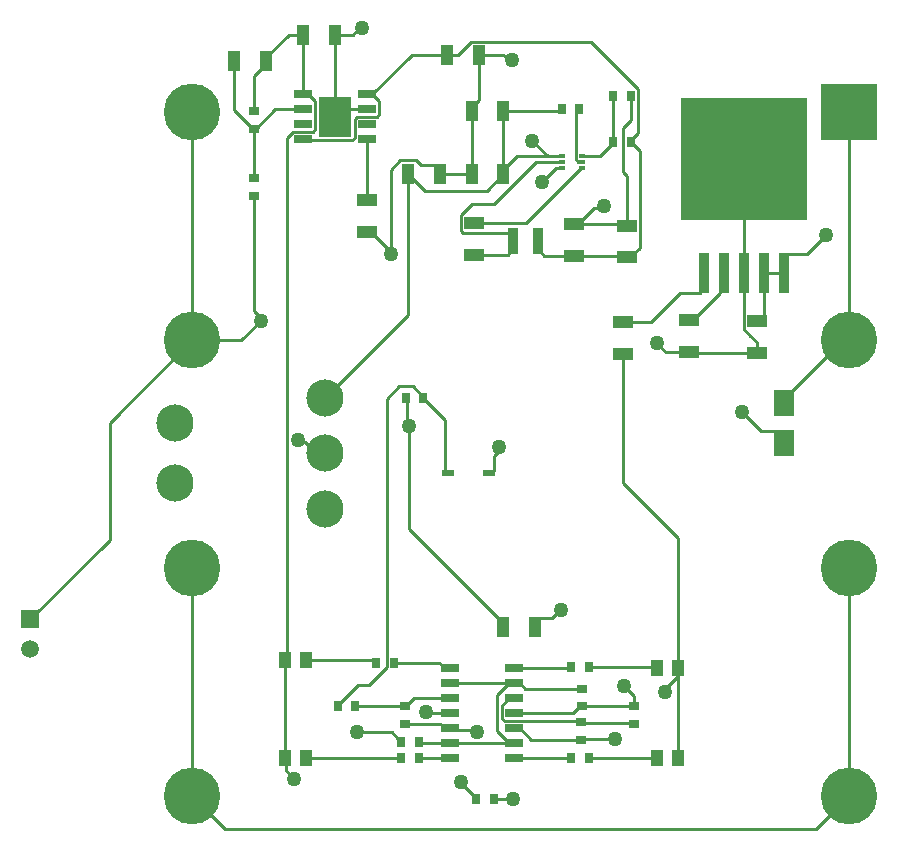
<source format=gtl>
G04*
G04 #@! TF.GenerationSoftware,Altium Limited,Altium Designer,22.2.1 (43)*
G04*
G04 Layer_Physical_Order=1*
G04 Layer_Color=255*
%FSLAX25Y25*%
%MOIN*%
G70*
G04*
G04 #@! TF.SameCoordinates,A16DD8FB-6A98-4827-84FE-9053A31DE0B6*
G04*
G04*
G04 #@! TF.FilePolarity,Positive*
G04*
G01*
G75*
%ADD14C,0.01000*%
%ADD15R,0.06693X0.04331*%
%ADD16R,0.42200X0.40800*%
%ADD17R,0.03800X0.13800*%
%ADD18R,0.03543X0.02756*%
%ADD19R,0.03347X0.08661*%
%ADD20R,0.01870X0.01181*%
%ADD21R,0.06004X0.02559*%
%ADD22R,0.10669X0.13386*%
%ADD23R,0.04331X0.06693*%
%ADD24R,0.02756X0.03543*%
%ADD25R,0.04375X0.02365*%
%ADD26R,0.06500X0.08600*%
%ADD27R,0.03937X0.05512*%
%ADD28R,0.06102X0.02559*%
%ADD45C,0.12402*%
%ADD46R,0.18898X0.18898*%
%ADD47C,0.18898*%
%ADD48C,0.05906*%
%ADD49R,0.05906X0.05906*%
%ADD50C,0.05000*%
D14*
X217700Y-134318D02*
Y-134100D01*
Y-134318D02*
X220512Y-137130D01*
X181200Y-71800D02*
X185900D01*
X171034D02*
X181200D01*
X261486Y-104400D02*
X267600D01*
X274100Y-97900D01*
X260086Y-110800D02*
Y-105800D01*
X261486Y-104400D01*
X176100Y-66700D02*
X181200Y-71800D01*
X220512Y-137130D02*
X228400D01*
X246700Y-110800D02*
Y-72800D01*
X206300Y-180598D02*
Y-137630D01*
Y-180598D02*
X224643Y-198941D01*
Y-242500D02*
Y-198941D01*
X206300Y-127000D02*
X215630D01*
X225430Y-117200D01*
X231914D01*
X233314Y-115800D02*
Y-110800D01*
X231914Y-117200D02*
X233314Y-115800D01*
X229581Y-126500D02*
X238607Y-117474D01*
Y-112200D01*
X240007Y-110800D01*
X228400Y-126500D02*
X229581D01*
X248625Y-131578D02*
X248728D01*
X246453Y-129406D02*
X248625Y-131578D01*
X246453Y-129406D02*
Y-111047D01*
X246700Y-110800D01*
X250900Y-137415D02*
Y-133750D01*
X248728Y-131578D02*
X250900Y-133750D01*
X228400Y-137130D02*
X228685Y-137415D01*
X250900D01*
X251728Y-126785D02*
X253393Y-125120D01*
Y-110800D01*
X250900Y-126785D02*
X251728D01*
X253393Y-110800D02*
X260086D01*
X135000Y-196049D02*
Y-161800D01*
X163379Y-176717D02*
Y-171604D01*
X165100Y-169882D02*
Y-168800D01*
X163379Y-171604D02*
X165100Y-169882D01*
X161691Y-177400D02*
X162696D01*
X163379Y-176717D01*
X220625Y-250075D02*
Y-249075D01*
X224643Y-272500D02*
Y-245057D01*
X220625Y-249075D02*
X224643Y-245057D01*
X220200Y-250500D02*
X220625Y-250075D01*
X158215Y-38000D02*
X166418D01*
X168118Y-39700D01*
X169200D01*
X118318Y-29000D02*
X119400D01*
X110300Y-31200D02*
X116118D01*
X118318Y-29000D01*
X191181Y-94285D02*
X207000D01*
X199235Y-88965D02*
X200000Y-88200D01*
X190000Y-94285D02*
X191181D01*
X196501Y-88965D01*
X199235D01*
X183963Y-75737D02*
X185900D01*
X179300Y-80400D02*
X183963Y-75737D01*
X128900Y-103757D02*
Y-76318D01*
Y-104500D02*
Y-103757D01*
X137306Y-73154D02*
X138906Y-74753D01*
X132064Y-73154D02*
X137306D01*
X128900Y-76318D02*
X132064Y-73154D01*
X143650Y-74753D02*
X145315Y-76419D01*
X138906Y-74753D02*
X143650D01*
X145315Y-77600D02*
Y-76419D01*
X120977Y-97015D02*
X122158D01*
X128900Y-103757D01*
X83400Y-123518D02*
X85500Y-125618D01*
Y-126700D02*
Y-125618D01*
X83400Y-123518D02*
Y-85000D01*
X98665Y-166965D02*
X100280D01*
X94300Y-238757D02*
Y-65586D01*
X100280Y-166965D02*
X104015Y-170700D01*
X97900Y-166200D02*
X98665Y-166965D01*
X94300Y-65586D02*
X96286Y-63600D01*
X93457Y-272500D02*
Y-239600D01*
X93457D02*
X94300Y-238757D01*
X104015Y-170700D02*
X107100D01*
X79084Y-133116D02*
X85500Y-126700D01*
X110300Y-58600D02*
Y-31200D01*
X155785Y-56700D02*
Y-55519D01*
X158215Y-53089D02*
Y-38000D01*
X155785Y-55519D02*
X158215Y-53089D01*
X155785Y-77600D02*
Y-56700D01*
X145315Y-77600D02*
X155785D01*
X134685D02*
X140285Y-83200D01*
X160815D02*
X166415Y-77600D01*
X140285Y-83200D02*
X160815D01*
X166415Y-77600D02*
Y-76419D01*
X152253Y-91464D02*
X156018Y-87700D01*
X163382D01*
X177314Y-73769D01*
X173806Y-94085D02*
X192154Y-75737D01*
X156700Y-94085D02*
X173806D01*
X207000Y-94285D02*
X207600Y-94885D01*
X191753Y-56494D02*
Y-56100D01*
X190463Y-57783D02*
X191753Y-56494D01*
X190463Y-72846D02*
Y-57783D01*
X206428Y-62312D02*
X208953Y-59787D01*
X206428Y-77180D02*
Y-62312D01*
Y-77180D02*
X207600Y-78352D01*
Y-94885D02*
Y-78352D01*
X208953Y-59787D02*
Y-51700D01*
X135800Y-38000D02*
X147585D01*
X122700Y-51100D02*
X135800Y-38000D01*
X120977Y-51100D02*
X122700D01*
X96286Y-63600D02*
X102960D01*
X103725Y-62835D01*
Y-53479D01*
X99623Y-51100D02*
X101345D01*
X103725Y-53479D01*
X127475Y-152588D02*
X131563Y-148500D01*
X136146D01*
X127475Y-241978D02*
Y-152588D01*
X135000Y-196049D02*
X166370Y-227419D01*
X136146Y-148500D02*
X139753Y-152106D01*
X99623Y-66100D02*
X99916Y-66393D01*
X116090D01*
X110300Y-58600D02*
X112800Y-56100D01*
X120977D01*
X124279Y-58635D02*
X125079Y-57835D01*
Y-53479D01*
X117605Y-58635D02*
X124279D01*
X116805Y-65678D02*
Y-59435D01*
X116090Y-66393D02*
X116805Y-65678D01*
Y-59435D02*
X117605Y-58635D01*
X122700Y-51100D02*
X125079Y-53479D01*
X134685Y-124611D02*
Y-77600D01*
X107100Y-152196D02*
X134685Y-124611D01*
X120977Y-86385D02*
Y-66100D01*
X120977Y-66100D01*
X76700Y-56299D02*
X83006Y-62606D01*
X83400D01*
X76700Y-56299D02*
Y-40000D01*
X83400Y-56700D02*
Y-45111D01*
X87330Y-41181D01*
Y-40000D01*
Y-38819D02*
X94949Y-31200D01*
X87330Y-40000D02*
Y-38819D01*
X94949Y-31200D02*
X99670D01*
X99623Y-51100D02*
X99670Y-51053D01*
Y-31200D01*
X83400Y-62606D02*
X83794D01*
X90299Y-56100D02*
X99623D01*
X83794Y-62606D02*
X90299Y-56100D01*
X83400Y-62606D02*
X83400Y-62606D01*
X83400Y-79094D02*
Y-62606D01*
X192498Y-71800D02*
X198494D01*
X203000Y-67294D01*
Y-66900D01*
X190463Y-72846D02*
X191295Y-73678D01*
X192408D01*
X192498Y-73769D01*
X169765Y-100100D02*
Y-98524D01*
X168591Y-97350D02*
X169765Y-98524D01*
X152253Y-96706D02*
X152898Y-97350D01*
X168591D01*
X177314Y-73769D02*
X185900D01*
X152253Y-96706D02*
Y-91464D01*
X166415Y-76419D02*
X171034Y-71800D01*
X192154Y-75737D02*
X192498D01*
X169765Y-102758D02*
Y-100100D01*
X156700Y-104715D02*
X167807D01*
X169765Y-102758D01*
X166415Y-76419D02*
Y-56700D01*
X185247D01*
X185847Y-56100D01*
X147585Y-38000D02*
X151147D01*
X155594Y-33553D02*
X195512D01*
X211431Y-49473D01*
X151147Y-38000D02*
X155594Y-33553D01*
X211431Y-63981D02*
Y-49473D01*
X208906Y-66506D02*
X211431Y-63981D01*
X208906Y-66900D02*
Y-66506D01*
X203024Y-66876D02*
Y-51724D01*
X203047Y-51700D01*
X203000Y-66900D02*
X203024Y-66876D01*
X208906Y-66900D02*
X212047Y-70041D01*
Y-102250D02*
Y-70041D01*
X208781Y-105515D02*
X212047Y-102250D01*
X207600Y-105515D02*
X208781D01*
X190000Y-104915D02*
X207000D01*
X207600Y-105515D01*
X179993Y-104915D02*
X190000D01*
X177835Y-102758D02*
X179993Y-104915D01*
X177835Y-102758D02*
Y-100100D01*
X139753Y-152500D02*
X147104Y-159851D01*
Y-176717D02*
X147787Y-177400D01*
X148109D01*
X147104Y-176717D02*
Y-159851D01*
X132247Y-266900D02*
Y-266506D01*
X131369Y-265628D02*
X132247Y-266506D01*
X130976Y-265628D02*
X131369D01*
X129147Y-263800D02*
X130976Y-265628D01*
X117600Y-263800D02*
X129147D01*
X100543Y-272500D02*
X132395D01*
X62563Y-285084D02*
X73579Y-296100D01*
X270484D01*
X281500Y-285084D01*
X166370Y-228600D02*
Y-227419D01*
X133847Y-152500D02*
X134424Y-153076D01*
Y-161224D02*
Y-153076D01*
Y-161224D02*
X135000Y-161800D01*
X257050Y-163500D02*
X259800Y-166250D01*
Y-167300D02*
Y-166250D01*
X252300Y-163500D02*
X257050D01*
X245800Y-157000D02*
X252300Y-163500D01*
X139753Y-152500D02*
Y-152106D01*
X93872Y-276372D02*
Y-272915D01*
Y-276372D02*
X96700Y-279200D01*
X93457Y-272500D02*
X93872Y-272915D01*
X96700Y-279200D02*
Y-279200D01*
X140500Y-256900D02*
X140800Y-257200D01*
X148300D01*
X148600Y-257500D01*
X178665Y-225753D02*
X182497D01*
X185150Y-223100D02*
X185500D01*
X177000Y-228600D02*
Y-227419D01*
X178665Y-225753D01*
X182497D02*
X185150Y-223100D01*
X62563Y-133116D02*
X79084D01*
X62563Y-285084D02*
Y-209100D01*
X35146Y-160533D02*
X62563Y-133116D01*
X35146Y-199554D02*
Y-160533D01*
X8700Y-226000D02*
X35146Y-199554D01*
X281500Y-133116D02*
Y-57131D01*
X259800Y-153900D02*
Y-152850D01*
X279534Y-133116D02*
X281500D01*
X259800Y-152850D02*
X279534Y-133116D01*
X206600Y-248300D02*
X210000Y-251700D01*
Y-255105D02*
Y-251700D01*
X210000Y-255105D02*
X210000Y-255105D01*
X192500Y-255105D02*
X210000D01*
X148600Y-262500D02*
X149150Y-263050D01*
X156950D02*
X157500Y-263600D01*
X149150Y-263050D02*
X156950D01*
X146828Y-262500D02*
X148600D01*
X138753Y-267500D02*
X148600D01*
X168285D01*
X170057Y-257500D02*
X189712D01*
X192400Y-260447D02*
X192794D01*
X192682Y-260729D02*
X209718D01*
X210000Y-261011D01*
X192400Y-260447D02*
X192682Y-260729D01*
X192073Y-260121D02*
X192400Y-260447D01*
X163206Y-286100D02*
X163305Y-286000D01*
X169500D01*
X281500Y-285084D02*
Y-209100D01*
X62563Y-133116D02*
Y-57131D01*
X224643Y-245057D02*
Y-242500D01*
X173528Y-249200D02*
X192500D01*
X171828Y-247500D02*
X173528Y-249200D01*
X170057Y-247500D02*
X171828D01*
X168285D02*
X170057D01*
X203424Y-266176D02*
X203600Y-266000D01*
X192400Y-266353D02*
X192576Y-266176D01*
X203424D01*
X152300Y-280706D02*
Y-280400D01*
X157300Y-286100D02*
Y-285706D01*
X152300Y-280706D02*
X157300Y-285706D01*
X168285Y-267500D02*
X170057D01*
X148600Y-247500D02*
X168285D01*
X164305Y-263521D02*
X168285Y-267500D01*
X164305Y-263521D02*
Y-251480D01*
X168285Y-247500D01*
Y-262500D02*
X170057D01*
X192500Y-255105D02*
X192500Y-255105D01*
X166791Y-260121D02*
X192073D01*
X165905Y-259235D02*
X166791Y-260121D01*
X165905Y-259235D02*
Y-254879D01*
X168285Y-252500D01*
X170057D01*
X171828Y-262500D02*
X175681Y-266353D01*
X170057Y-262500D02*
X171828D01*
X175681Y-266353D02*
X192400D01*
X189712Y-257500D02*
X192106Y-255105D01*
X111195Y-254712D02*
X118000Y-247906D01*
X121547D01*
X127475Y-241978D01*
X111195Y-255105D02*
Y-254712D01*
X145339Y-261011D02*
X146828Y-262500D01*
X133500Y-261011D02*
X145339D01*
X133500Y-255105D02*
X133894D01*
X117100D02*
X133500D01*
X192106Y-255105D02*
X192500D01*
X194905Y-272500D02*
X217557D01*
X170057D02*
X189000D01*
X194905Y-241900D02*
X216957D01*
X217557Y-242500D01*
X188400D02*
X189000Y-241900D01*
X170057Y-242500D02*
X188400D01*
X145028Y-240700D02*
X146828Y-242500D01*
X129953Y-240700D02*
X145028D01*
X146828Y-242500D02*
X148600D01*
X123169Y-239600D02*
X124047Y-240478D01*
Y-240700D02*
Y-240478D01*
X100543Y-239600D02*
X123169D01*
X136499Y-252500D02*
X148600D01*
X133894Y-255105D02*
X136499Y-252500D01*
X138300Y-272500D02*
X148600D01*
X138153Y-266900D02*
X138753Y-267500D01*
D15*
X206300Y-137630D02*
D03*
Y-127000D02*
D03*
X228400Y-126500D02*
D03*
Y-137130D02*
D03*
X250900Y-137415D02*
D03*
Y-126785D02*
D03*
X120977Y-97015D02*
D03*
Y-86385D02*
D03*
X207600Y-105515D02*
D03*
Y-94885D02*
D03*
X190000Y-104915D02*
D03*
Y-94285D02*
D03*
X156700Y-94085D02*
D03*
Y-104715D02*
D03*
D16*
X246700Y-72800D02*
D03*
D17*
X260086Y-110800D02*
D03*
X253393D02*
D03*
X246700D02*
D03*
X240007D02*
D03*
X233314D02*
D03*
D18*
X83400Y-56700D02*
D03*
Y-62606D02*
D03*
X83400Y-79094D02*
D03*
Y-85000D02*
D03*
X133500Y-261011D02*
D03*
Y-255105D02*
D03*
X192400Y-260447D02*
D03*
Y-266353D02*
D03*
X210000Y-255105D02*
D03*
Y-261011D02*
D03*
X192500Y-255105D02*
D03*
Y-249200D02*
D03*
D19*
X169765Y-100100D02*
D03*
X177835D02*
D03*
D20*
X185900Y-71800D02*
D03*
Y-73769D02*
D03*
Y-75737D02*
D03*
X192498D02*
D03*
Y-73769D02*
D03*
Y-71800D02*
D03*
D21*
X120977Y-66100D02*
D03*
Y-61100D02*
D03*
Y-56100D02*
D03*
Y-51100D02*
D03*
X99623D02*
D03*
Y-56100D02*
D03*
Y-61100D02*
D03*
Y-66100D02*
D03*
D22*
X110300Y-58600D02*
D03*
D23*
X87330Y-40000D02*
D03*
X76700D02*
D03*
X158215Y-38000D02*
D03*
X147585D02*
D03*
X110300Y-31200D02*
D03*
X99670D02*
D03*
X134685Y-77600D02*
D03*
X145315D02*
D03*
X155785D02*
D03*
X166415D02*
D03*
X177000Y-228600D02*
D03*
X166370D02*
D03*
X166415Y-56700D02*
D03*
X155785D02*
D03*
D24*
X185847Y-56100D02*
D03*
X191753D02*
D03*
X203047Y-51700D02*
D03*
X208953D02*
D03*
X208906Y-66900D02*
D03*
X203000D02*
D03*
X194905Y-241900D02*
D03*
X189000D02*
D03*
X124047Y-240700D02*
D03*
X129953D02*
D03*
X194905Y-272500D02*
D03*
X189000D02*
D03*
X132395D02*
D03*
X138300D02*
D03*
X139753Y-152500D02*
D03*
X133847D02*
D03*
X138153Y-266900D02*
D03*
X132247D02*
D03*
X117100Y-255105D02*
D03*
X111195D02*
D03*
X163206Y-286100D02*
D03*
X157300D02*
D03*
D25*
X161691Y-177400D02*
D03*
X148109D02*
D03*
D26*
X259800Y-153900D02*
D03*
Y-167300D02*
D03*
D27*
X217557Y-242500D02*
D03*
X224643D02*
D03*
X100543Y-239600D02*
D03*
X93457D02*
D03*
X217557Y-272500D02*
D03*
X224643D02*
D03*
X100543D02*
D03*
X93457D02*
D03*
D28*
X148600Y-242500D02*
D03*
Y-247500D02*
D03*
Y-252500D02*
D03*
Y-257500D02*
D03*
Y-262500D02*
D03*
Y-267500D02*
D03*
Y-272500D02*
D03*
X170057D02*
D03*
Y-267500D02*
D03*
Y-262500D02*
D03*
Y-257500D02*
D03*
Y-252500D02*
D03*
Y-247500D02*
D03*
Y-242500D02*
D03*
D45*
X107100Y-189204D02*
D03*
Y-170700D02*
D03*
Y-152196D02*
D03*
X57100Y-180700D02*
D03*
Y-160700D02*
D03*
D46*
X281500Y-57131D02*
D03*
D47*
Y-133116D02*
D03*
Y-209100D02*
D03*
Y-285084D02*
D03*
X62563D02*
D03*
Y-209100D02*
D03*
Y-133116D02*
D03*
Y-57131D02*
D03*
D48*
X8700Y-236000D02*
D03*
D49*
Y-226000D02*
D03*
D50*
X217700Y-134100D02*
D03*
X274100Y-97900D02*
D03*
X176100Y-66700D02*
D03*
X220200Y-250500D02*
D03*
X165100Y-168800D02*
D03*
X169200Y-39700D02*
D03*
X119400Y-29000D02*
D03*
X200000Y-88200D02*
D03*
X179300Y-80400D02*
D03*
X128900Y-104500D02*
D03*
X97900Y-166200D02*
D03*
X85500Y-126700D02*
D03*
X117600Y-263800D02*
D03*
X135000Y-161800D02*
D03*
X245800Y-157000D02*
D03*
X96700Y-279200D02*
D03*
X140500Y-256900D02*
D03*
X185500Y-223100D02*
D03*
X206600Y-248300D02*
D03*
X157500Y-263600D02*
D03*
X169500Y-286000D02*
D03*
X203600Y-266000D02*
D03*
X152300Y-280400D02*
D03*
M02*

</source>
